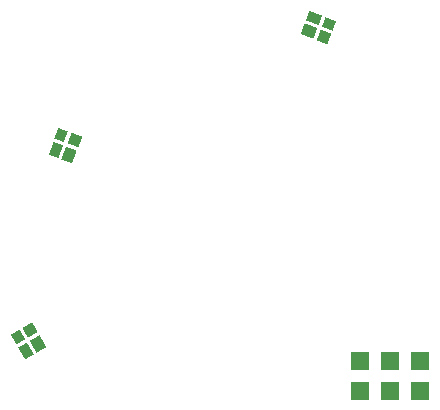
<source format=gbr>
%TF.GenerationSoftware,KiCad,Pcbnew,7.0.5.1-1-g8f565ef7f0-dirty-deb11*%
%TF.CreationDate,2023-06-28T22:36:54+00:00*%
%TF.ProjectId,USTTHUNDERMILLPCB01,55535454-4855-44e4-9445-524d494c4c50,rev?*%
%TF.SameCoordinates,Original*%
%TF.FileFunction,Paste,Bot*%
%TF.FilePolarity,Positive*%
%FSLAX46Y46*%
G04 Gerber Fmt 4.6, Leading zero omitted, Abs format (unit mm)*
G04 Created by KiCad (PCBNEW 7.0.5.1-1-g8f565ef7f0-dirty-deb11) date 2023-06-28 22:36:54*
%MOMM*%
%LPD*%
G01*
G04 APERTURE LIST*
G04 Aperture macros list*
%AMRotRect*
0 Rectangle, with rotation*
0 The origin of the aperture is its center*
0 $1 length*
0 $2 width*
0 $3 Rotation angle, in degrees counterclockwise*
0 Add horizontal line*
21,1,$1,$2,0,0,$3*%
G04 Aperture macros list end*
%ADD10RotRect,0.970000X0.950000X160.000000*%
%ADD11RotRect,0.970000X1.150000X160.000000*%
%ADD12RotRect,0.850000X0.950000X160.000000*%
%ADD13RotRect,0.850000X1.150000X160.000000*%
%ADD14RotRect,0.970000X0.950000X70.000000*%
%ADD15RotRect,0.970000X1.150000X70.000000*%
%ADD16RotRect,0.850000X0.950000X70.000000*%
%ADD17RotRect,0.850000X1.150000X70.000000*%
%ADD18RotRect,0.970000X0.950000X210.000000*%
%ADD19RotRect,0.970000X1.150000X210.000000*%
%ADD20RotRect,0.850000X0.950000X210.000000*%
%ADD21RotRect,0.850000X1.150000X210.000000*%
%ADD22R,1.524000X1.524000*%
G04 APERTURE END LIST*
D10*
%TO.C,U6*%
X-14903278Y6204862D03*
D11*
X-15365005Y4936277D03*
D12*
X-16030909Y6615286D03*
D13*
X-16492636Y5346701D03*
%TD*%
D14*
%TO.C,U13*%
X6204862Y14903278D03*
D15*
X4936277Y15365005D03*
D16*
X6615286Y16030909D03*
D17*
X5346701Y16492636D03*
%TD*%
D18*
%TO.C,U5*%
X-18655617Y-9930332D03*
D19*
X-17980617Y-11099466D03*
D20*
X-19694847Y-10530332D03*
D21*
X-19019847Y-11699466D03*
%TD*%
D22*
%TO.C,J4*%
X9282400Y-12555800D03*
X9282400Y-15095800D03*
X11822400Y-12555800D03*
X11822400Y-15095800D03*
X14362400Y-12555800D03*
X14362400Y-15095800D03*
%TD*%
M02*

</source>
